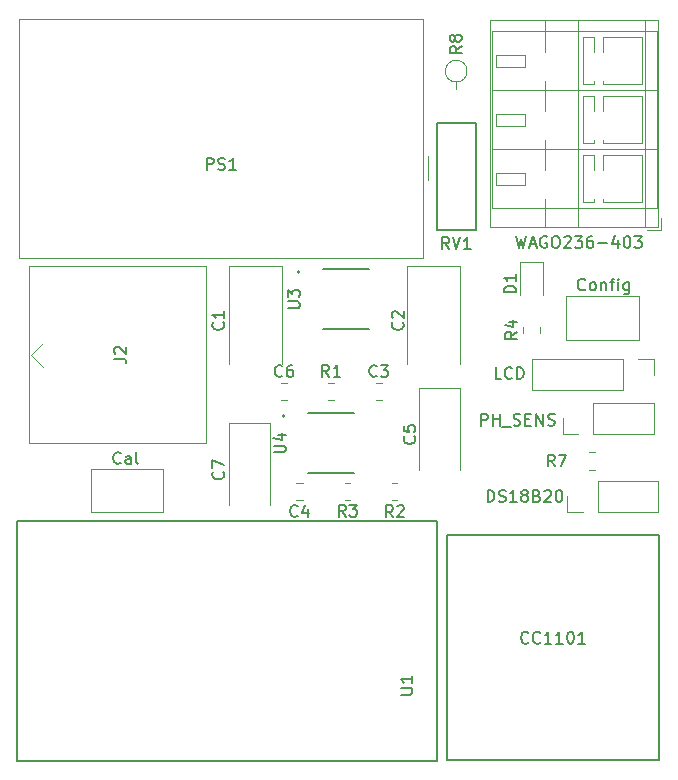
<source format=gbr>
%TF.GenerationSoftware,KiCad,Pcbnew,(5.1.9)-1*%
%TF.CreationDate,2021-04-25T03:29:38+02:00*%
%TF.ProjectId,HB-Uni-SEN-ORB,48422d55-6e69-42d5-9345-4e2d4f52422e,rev?*%
%TF.SameCoordinates,Original*%
%TF.FileFunction,Legend,Top*%
%TF.FilePolarity,Positive*%
%FSLAX46Y46*%
G04 Gerber Fmt 4.6, Leading zero omitted, Abs format (unit mm)*
G04 Created by KiCad (PCBNEW (5.1.9)-1) date 2021-04-25 03:29:38*
%MOMM*%
%LPD*%
G01*
G04 APERTURE LIST*
%ADD10C,0.120000*%
%ADD11C,0.150000*%
%ADD12C,0.200000*%
%ADD13C,0.127000*%
G04 APERTURE END LIST*
D10*
%TO.C,PH_SENS*%
X163660000Y-76730000D02*
X163660000Y-74070000D01*
X158520000Y-76730000D02*
X163660000Y-76730000D01*
X158520000Y-74070000D02*
X163660000Y-74070000D01*
X158520000Y-76730000D02*
X158520000Y-74070000D01*
X157250000Y-76730000D02*
X155920000Y-76730000D01*
X155920000Y-76730000D02*
X155920000Y-75400000D01*
%TO.C,Cal*%
X115940000Y-83350000D02*
X115940000Y-79650000D01*
X122060000Y-83350000D02*
X115940000Y-83350000D01*
X122060000Y-79650000D02*
X122060000Y-83350000D01*
X115940000Y-79650000D02*
X122060000Y-79650000D01*
%TO.C,R8*%
X146900000Y-46920000D02*
X146900000Y-47540000D01*
X147820000Y-46000000D02*
G75*
G03*
X147820000Y-46000000I-920000J0D01*
G01*
D11*
%TO.C,RV1*%
X145250000Y-59400000D02*
X148550000Y-59400000D01*
X145250000Y-50400000D02*
X148550000Y-50400000D01*
X145250000Y-59400000D02*
X145250000Y-50400000D01*
X148550000Y-59400000D02*
X148550000Y-50400000D01*
D10*
%TO.C,Config*%
X162360000Y-65050000D02*
X162360000Y-68750000D01*
X156240000Y-65050000D02*
X162360000Y-65050000D01*
X156240000Y-68750000D02*
X156240000Y-65050000D01*
X162360000Y-68750000D02*
X156240000Y-68750000D01*
D11*
%TO.C,U1*%
X145280000Y-104360000D02*
X145280000Y-84040000D01*
X145280000Y-84040000D02*
X109720000Y-84040000D01*
X109720000Y-84040000D02*
X109720000Y-104360000D01*
X109720000Y-104360000D02*
X145280000Y-104360000D01*
%TO.C,U2*%
X164100000Y-85300000D02*
X164100000Y-86300000D01*
X146100000Y-85300000D02*
X164100000Y-85300000D01*
X146100000Y-104300000D02*
X146100000Y-85300000D01*
X164100000Y-104300000D02*
X146100000Y-104300000D01*
X164100000Y-86300000D02*
X164100000Y-104300000D01*
D10*
%TO.C,LCD*%
X153350000Y-70370000D02*
X153350000Y-73030000D01*
X161030000Y-70370000D02*
X153350000Y-70370000D01*
X161030000Y-73030000D02*
X153350000Y-73030000D01*
X161030000Y-70370000D02*
X161030000Y-73030000D01*
X162300000Y-70370000D02*
X163630000Y-70370000D01*
X163630000Y-70370000D02*
X163630000Y-71700000D01*
%TO.C,DS18B20*%
X164030000Y-83330000D02*
X164030000Y-80670000D01*
X158890000Y-83330000D02*
X164030000Y-83330000D01*
X158890000Y-80670000D02*
X164030000Y-80670000D01*
X158890000Y-83330000D02*
X158890000Y-80670000D01*
X157620000Y-83330000D02*
X156290000Y-83330000D01*
X156290000Y-83330000D02*
X156290000Y-82000000D01*
%TO.C,R7*%
X158627064Y-79735000D02*
X158172936Y-79735000D01*
X158627064Y-78265000D02*
X158172936Y-78265000D01*
D12*
%TO.C,U3*%
X133660000Y-62995000D02*
G75*
G03*
X133660000Y-62995000I-100000J0D01*
G01*
D13*
X135650000Y-62775000D02*
X139550000Y-62775000D01*
X135650000Y-67825000D02*
X139550000Y-67825000D01*
D10*
%TO.C,C5*%
X147210000Y-79750000D02*
X147210000Y-72815000D01*
X147210000Y-72815000D02*
X143790000Y-72815000D01*
X143790000Y-72815000D02*
X143790000Y-79750000D01*
%TO.C,C7*%
X131110000Y-82750000D02*
X131110000Y-75815000D01*
X131110000Y-75815000D02*
X127690000Y-75815000D01*
X127690000Y-75815000D02*
X127690000Y-82750000D01*
%TO.C,C1*%
X132160000Y-70750000D02*
X132160000Y-62515000D01*
X132160000Y-62515000D02*
X127640000Y-62515000D01*
X127640000Y-62515000D02*
X127640000Y-70750000D01*
%TO.C,C2*%
X147260000Y-70750000D02*
X147260000Y-62515000D01*
X147260000Y-62515000D02*
X142740000Y-62515000D01*
X142740000Y-62515000D02*
X142740000Y-70750000D01*
D12*
%TO.C,U4*%
X132360000Y-75195000D02*
G75*
G03*
X132360000Y-75195000I-100000J0D01*
G01*
D13*
X134350000Y-74975000D02*
X138250000Y-74975000D01*
X134350000Y-80025000D02*
X138250000Y-80025000D01*
D10*
%TO.C,R4*%
X154035000Y-67672936D02*
X154035000Y-68127064D01*
X152565000Y-67672936D02*
X152565000Y-68127064D01*
%TO.C,R3*%
X137927064Y-82335000D02*
X137472936Y-82335000D01*
X137927064Y-80865000D02*
X137472936Y-80865000D01*
%TO.C,R2*%
X141472936Y-80865000D02*
X141927064Y-80865000D01*
X141472936Y-82335000D02*
X141927064Y-82335000D01*
%TO.C,R1*%
X136527064Y-73835000D02*
X136072936Y-73835000D01*
X136527064Y-72365000D02*
X136072936Y-72365000D01*
%TO.C,PS1*%
X144100000Y-61800000D02*
X144100000Y-41600000D01*
X144100000Y-41600000D02*
X109900000Y-41600000D01*
X109900000Y-41600000D02*
X109900000Y-61800000D01*
X109900000Y-61800000D02*
X144100000Y-61800000D01*
X144490000Y-55200000D02*
X144490000Y-53190000D01*
%TO.C,J2*%
X110700000Y-77500000D02*
X110700000Y-62500000D01*
X110700000Y-62500000D02*
X125700000Y-62500000D01*
X125700000Y-62500000D02*
X125700000Y-77500000D01*
X125700000Y-77500000D02*
X110700000Y-77500000D01*
X110900000Y-70000000D02*
X111900000Y-71000000D01*
X110900000Y-70000000D02*
X111900000Y-69000000D01*
%TO.C,WAGO236-403*%
X162900000Y-59220000D02*
X162900000Y-41680000D01*
X157200000Y-59220000D02*
X157200000Y-41680000D01*
X154400000Y-59220000D02*
X154400000Y-56830000D01*
X154400000Y-54370000D02*
X154400000Y-51830000D01*
X154400000Y-49370000D02*
X154400000Y-46830000D01*
X154400000Y-44370000D02*
X154400000Y-41680000D01*
X149780000Y-59220000D02*
X149780000Y-41680000D01*
X164020000Y-59220000D02*
X164020000Y-41680000D01*
X149780000Y-59220000D02*
X164020000Y-59220000D01*
X149780000Y-41680000D02*
X164020000Y-41680000D01*
X159300000Y-57100000D02*
X159300000Y-56830000D01*
X159300000Y-54370000D02*
X159300000Y-53100000D01*
X162600000Y-57100000D02*
X162600000Y-53100000D01*
X159300000Y-57100000D02*
X162600000Y-57100000D01*
X159300000Y-53100000D02*
X162600000Y-53100000D01*
X149900000Y-57600000D02*
X149900000Y-52600000D01*
X163900000Y-57600000D02*
X163900000Y-52600000D01*
X149900000Y-57600000D02*
X163900000Y-57600000D01*
X149900000Y-52600000D02*
X163900000Y-52600000D01*
X157600000Y-57100000D02*
X157600000Y-53100000D01*
X158600000Y-57100000D02*
X158600000Y-56830000D01*
X158600000Y-54370000D02*
X158600000Y-53100000D01*
X157600000Y-57100000D02*
X158600000Y-57100000D01*
X157600000Y-53100000D02*
X158600000Y-53100000D01*
X150250000Y-55600000D02*
X150250000Y-54600000D01*
X152749000Y-55600000D02*
X152749000Y-54600000D01*
X150250000Y-55600000D02*
X152749000Y-55600000D01*
X150250000Y-54600000D02*
X152749000Y-54600000D01*
X159300000Y-52100000D02*
X159300000Y-51830000D01*
X159300000Y-49370000D02*
X159300000Y-48100000D01*
X162600000Y-52100000D02*
X162600000Y-48100000D01*
X159300000Y-52100000D02*
X162600000Y-52100000D01*
X159300000Y-48100000D02*
X162600000Y-48100000D01*
X149900000Y-52600000D02*
X149900000Y-47600000D01*
X163900000Y-52600000D02*
X163900000Y-47600000D01*
X149900000Y-52600000D02*
X163900000Y-52600000D01*
X149900000Y-47600000D02*
X163900000Y-47600000D01*
X157600000Y-52100000D02*
X157600000Y-48100000D01*
X158600000Y-52100000D02*
X158600000Y-51830000D01*
X158600000Y-49370000D02*
X158600000Y-48100000D01*
X157600000Y-52100000D02*
X158600000Y-52100000D01*
X157600000Y-48100000D02*
X158600000Y-48100000D01*
X150250000Y-50600000D02*
X150250000Y-49600000D01*
X152749000Y-50600000D02*
X152749000Y-49600000D01*
X150250000Y-50600000D02*
X152749000Y-50600000D01*
X150250000Y-49600000D02*
X152749000Y-49600000D01*
X159300000Y-47100000D02*
X159300000Y-46830000D01*
X159300000Y-44370000D02*
X159300000Y-43100000D01*
X162600000Y-47100000D02*
X162600000Y-43100000D01*
X159300000Y-47100000D02*
X162600000Y-47100000D01*
X159300000Y-43100000D02*
X162600000Y-43100000D01*
X149900000Y-47600000D02*
X149900000Y-42600000D01*
X163900000Y-47600000D02*
X163900000Y-42600000D01*
X149900000Y-47600000D02*
X163900000Y-47600000D01*
X149900000Y-42600000D02*
X163900000Y-42600000D01*
X157600000Y-47100000D02*
X157600000Y-43100000D01*
X158600000Y-47100000D02*
X158600000Y-46830000D01*
X158600000Y-44370000D02*
X158600000Y-43100000D01*
X157600000Y-47100000D02*
X158600000Y-47100000D01*
X157600000Y-43100000D02*
X158600000Y-43100000D01*
X150250000Y-45600000D02*
X150250000Y-44600000D01*
X152749000Y-45600000D02*
X152749000Y-44600000D01*
X150250000Y-45600000D02*
X152749000Y-45600000D01*
X150250000Y-44600000D02*
X152749000Y-44600000D01*
X163020000Y-59460000D02*
X164260000Y-59460000D01*
X164260000Y-59460000D02*
X164260000Y-58460000D01*
%TO.C,D1*%
X154260000Y-64975000D02*
X154260000Y-62115000D01*
X154260000Y-62115000D02*
X152340000Y-62115000D01*
X152340000Y-62115000D02*
X152340000Y-64975000D01*
%TO.C,C6*%
X132076248Y-72365000D02*
X132598752Y-72365000D01*
X132076248Y-73835000D02*
X132598752Y-73835000D01*
%TO.C,C4*%
X133898752Y-82335000D02*
X133376248Y-82335000D01*
X133898752Y-80865000D02*
X133376248Y-80865000D01*
%TO.C,C3*%
X140076248Y-72365000D02*
X140598752Y-72365000D01*
X140076248Y-73835000D02*
X140598752Y-73835000D01*
%TO.C,PH_SENS*%
D11*
X149004761Y-76002380D02*
X149004761Y-75002380D01*
X149385714Y-75002380D01*
X149480952Y-75050000D01*
X149528571Y-75097619D01*
X149576190Y-75192857D01*
X149576190Y-75335714D01*
X149528571Y-75430952D01*
X149480952Y-75478571D01*
X149385714Y-75526190D01*
X149004761Y-75526190D01*
X150004761Y-76002380D02*
X150004761Y-75002380D01*
X150004761Y-75478571D02*
X150576190Y-75478571D01*
X150576190Y-76002380D02*
X150576190Y-75002380D01*
X150814285Y-76097619D02*
X151576190Y-76097619D01*
X151766666Y-75954761D02*
X151909523Y-76002380D01*
X152147619Y-76002380D01*
X152242857Y-75954761D01*
X152290476Y-75907142D01*
X152338095Y-75811904D01*
X152338095Y-75716666D01*
X152290476Y-75621428D01*
X152242857Y-75573809D01*
X152147619Y-75526190D01*
X151957142Y-75478571D01*
X151861904Y-75430952D01*
X151814285Y-75383333D01*
X151766666Y-75288095D01*
X151766666Y-75192857D01*
X151814285Y-75097619D01*
X151861904Y-75050000D01*
X151957142Y-75002380D01*
X152195238Y-75002380D01*
X152338095Y-75050000D01*
X152766666Y-75478571D02*
X153100000Y-75478571D01*
X153242857Y-76002380D02*
X152766666Y-76002380D01*
X152766666Y-75002380D01*
X153242857Y-75002380D01*
X153671428Y-76002380D02*
X153671428Y-75002380D01*
X154242857Y-76002380D01*
X154242857Y-75002380D01*
X154671428Y-75954761D02*
X154814285Y-76002380D01*
X155052380Y-76002380D01*
X155147619Y-75954761D01*
X155195238Y-75907142D01*
X155242857Y-75811904D01*
X155242857Y-75716666D01*
X155195238Y-75621428D01*
X155147619Y-75573809D01*
X155052380Y-75526190D01*
X154861904Y-75478571D01*
X154766666Y-75430952D01*
X154719047Y-75383333D01*
X154671428Y-75288095D01*
X154671428Y-75192857D01*
X154719047Y-75097619D01*
X154766666Y-75050000D01*
X154861904Y-75002380D01*
X155100000Y-75002380D01*
X155242857Y-75050000D01*
%TO.C,Cal*%
X118495238Y-79157142D02*
X118447619Y-79204761D01*
X118304761Y-79252380D01*
X118209523Y-79252380D01*
X118066666Y-79204761D01*
X117971428Y-79109523D01*
X117923809Y-79014285D01*
X117876190Y-78823809D01*
X117876190Y-78680952D01*
X117923809Y-78490476D01*
X117971428Y-78395238D01*
X118066666Y-78300000D01*
X118209523Y-78252380D01*
X118304761Y-78252380D01*
X118447619Y-78300000D01*
X118495238Y-78347619D01*
X119352380Y-79252380D02*
X119352380Y-78728571D01*
X119304761Y-78633333D01*
X119209523Y-78585714D01*
X119019047Y-78585714D01*
X118923809Y-78633333D01*
X119352380Y-79204761D02*
X119257142Y-79252380D01*
X119019047Y-79252380D01*
X118923809Y-79204761D01*
X118876190Y-79109523D01*
X118876190Y-79014285D01*
X118923809Y-78919047D01*
X119019047Y-78871428D01*
X119257142Y-78871428D01*
X119352380Y-78823809D01*
X119971428Y-79252380D02*
X119876190Y-79204761D01*
X119828571Y-79109523D01*
X119828571Y-78252380D01*
%TO.C,R8*%
X147352380Y-43866666D02*
X146876190Y-44200000D01*
X147352380Y-44438095D02*
X146352380Y-44438095D01*
X146352380Y-44057142D01*
X146400000Y-43961904D01*
X146447619Y-43914285D01*
X146542857Y-43866666D01*
X146685714Y-43866666D01*
X146780952Y-43914285D01*
X146828571Y-43961904D01*
X146876190Y-44057142D01*
X146876190Y-44438095D01*
X146780952Y-43295238D02*
X146733333Y-43390476D01*
X146685714Y-43438095D01*
X146590476Y-43485714D01*
X146542857Y-43485714D01*
X146447619Y-43438095D01*
X146400000Y-43390476D01*
X146352380Y-43295238D01*
X146352380Y-43104761D01*
X146400000Y-43009523D01*
X146447619Y-42961904D01*
X146542857Y-42914285D01*
X146590476Y-42914285D01*
X146685714Y-42961904D01*
X146733333Y-43009523D01*
X146780952Y-43104761D01*
X146780952Y-43295238D01*
X146828571Y-43390476D01*
X146876190Y-43438095D01*
X146971428Y-43485714D01*
X147161904Y-43485714D01*
X147257142Y-43438095D01*
X147304761Y-43390476D01*
X147352380Y-43295238D01*
X147352380Y-43104761D01*
X147304761Y-43009523D01*
X147257142Y-42961904D01*
X147161904Y-42914285D01*
X146971428Y-42914285D01*
X146876190Y-42961904D01*
X146828571Y-43009523D01*
X146780952Y-43104761D01*
%TO.C,RV1*%
X146304761Y-61052380D02*
X145971428Y-60576190D01*
X145733333Y-61052380D02*
X145733333Y-60052380D01*
X146114285Y-60052380D01*
X146209523Y-60100000D01*
X146257142Y-60147619D01*
X146304761Y-60242857D01*
X146304761Y-60385714D01*
X146257142Y-60480952D01*
X146209523Y-60528571D01*
X146114285Y-60576190D01*
X145733333Y-60576190D01*
X146590476Y-60052380D02*
X146923809Y-61052380D01*
X147257142Y-60052380D01*
X148114285Y-61052380D02*
X147542857Y-61052380D01*
X147828571Y-61052380D02*
X147828571Y-60052380D01*
X147733333Y-60195238D01*
X147638095Y-60290476D01*
X147542857Y-60338095D01*
%TO.C,Config*%
X157828571Y-64457142D02*
X157780952Y-64504761D01*
X157638095Y-64552380D01*
X157542857Y-64552380D01*
X157400000Y-64504761D01*
X157304761Y-64409523D01*
X157257142Y-64314285D01*
X157209523Y-64123809D01*
X157209523Y-63980952D01*
X157257142Y-63790476D01*
X157304761Y-63695238D01*
X157400000Y-63600000D01*
X157542857Y-63552380D01*
X157638095Y-63552380D01*
X157780952Y-63600000D01*
X157828571Y-63647619D01*
X158400000Y-64552380D02*
X158304761Y-64504761D01*
X158257142Y-64457142D01*
X158209523Y-64361904D01*
X158209523Y-64076190D01*
X158257142Y-63980952D01*
X158304761Y-63933333D01*
X158400000Y-63885714D01*
X158542857Y-63885714D01*
X158638095Y-63933333D01*
X158685714Y-63980952D01*
X158733333Y-64076190D01*
X158733333Y-64361904D01*
X158685714Y-64457142D01*
X158638095Y-64504761D01*
X158542857Y-64552380D01*
X158400000Y-64552380D01*
X159161904Y-63885714D02*
X159161904Y-64552380D01*
X159161904Y-63980952D02*
X159209523Y-63933333D01*
X159304761Y-63885714D01*
X159447619Y-63885714D01*
X159542857Y-63933333D01*
X159590476Y-64028571D01*
X159590476Y-64552380D01*
X159923809Y-63885714D02*
X160304761Y-63885714D01*
X160066666Y-64552380D02*
X160066666Y-63695238D01*
X160114285Y-63600000D01*
X160209523Y-63552380D01*
X160304761Y-63552380D01*
X160638095Y-64552380D02*
X160638095Y-63885714D01*
X160638095Y-63552380D02*
X160590476Y-63600000D01*
X160638095Y-63647619D01*
X160685714Y-63600000D01*
X160638095Y-63552380D01*
X160638095Y-63647619D01*
X161542857Y-63885714D02*
X161542857Y-64695238D01*
X161495238Y-64790476D01*
X161447619Y-64838095D01*
X161352380Y-64885714D01*
X161209523Y-64885714D01*
X161114285Y-64838095D01*
X161542857Y-64504761D02*
X161447619Y-64552380D01*
X161257142Y-64552380D01*
X161161904Y-64504761D01*
X161114285Y-64457142D01*
X161066666Y-64361904D01*
X161066666Y-64076190D01*
X161114285Y-63980952D01*
X161161904Y-63933333D01*
X161257142Y-63885714D01*
X161447619Y-63885714D01*
X161542857Y-63933333D01*
%TO.C,U1*%
X142192380Y-98771904D02*
X143001904Y-98771904D01*
X143097142Y-98724285D01*
X143144761Y-98676666D01*
X143192380Y-98581428D01*
X143192380Y-98390952D01*
X143144761Y-98295714D01*
X143097142Y-98248095D01*
X143001904Y-98200476D01*
X142192380Y-98200476D01*
X143192380Y-97200476D02*
X143192380Y-97771904D01*
X143192380Y-97486190D02*
X142192380Y-97486190D01*
X142335238Y-97581428D01*
X142430476Y-97676666D01*
X142478095Y-97771904D01*
%TO.C,U2*%
X153004761Y-94357142D02*
X152957142Y-94404761D01*
X152814285Y-94452380D01*
X152719047Y-94452380D01*
X152576190Y-94404761D01*
X152480952Y-94309523D01*
X152433333Y-94214285D01*
X152385714Y-94023809D01*
X152385714Y-93880952D01*
X152433333Y-93690476D01*
X152480952Y-93595238D01*
X152576190Y-93500000D01*
X152719047Y-93452380D01*
X152814285Y-93452380D01*
X152957142Y-93500000D01*
X153004761Y-93547619D01*
X154004761Y-94357142D02*
X153957142Y-94404761D01*
X153814285Y-94452380D01*
X153719047Y-94452380D01*
X153576190Y-94404761D01*
X153480952Y-94309523D01*
X153433333Y-94214285D01*
X153385714Y-94023809D01*
X153385714Y-93880952D01*
X153433333Y-93690476D01*
X153480952Y-93595238D01*
X153576190Y-93500000D01*
X153719047Y-93452380D01*
X153814285Y-93452380D01*
X153957142Y-93500000D01*
X154004761Y-93547619D01*
X154957142Y-94452380D02*
X154385714Y-94452380D01*
X154671428Y-94452380D02*
X154671428Y-93452380D01*
X154576190Y-93595238D01*
X154480952Y-93690476D01*
X154385714Y-93738095D01*
X155909523Y-94452380D02*
X155338095Y-94452380D01*
X155623809Y-94452380D02*
X155623809Y-93452380D01*
X155528571Y-93595238D01*
X155433333Y-93690476D01*
X155338095Y-93738095D01*
X156528571Y-93452380D02*
X156623809Y-93452380D01*
X156719047Y-93500000D01*
X156766666Y-93547619D01*
X156814285Y-93642857D01*
X156861904Y-93833333D01*
X156861904Y-94071428D01*
X156814285Y-94261904D01*
X156766666Y-94357142D01*
X156719047Y-94404761D01*
X156623809Y-94452380D01*
X156528571Y-94452380D01*
X156433333Y-94404761D01*
X156385714Y-94357142D01*
X156338095Y-94261904D01*
X156290476Y-94071428D01*
X156290476Y-93833333D01*
X156338095Y-93642857D01*
X156385714Y-93547619D01*
X156433333Y-93500000D01*
X156528571Y-93452380D01*
X157814285Y-94452380D02*
X157242857Y-94452380D01*
X157528571Y-94452380D02*
X157528571Y-93452380D01*
X157433333Y-93595238D01*
X157338095Y-93690476D01*
X157242857Y-93738095D01*
%TO.C,LCD*%
X150709523Y-72052380D02*
X150233333Y-72052380D01*
X150233333Y-71052380D01*
X151614285Y-71957142D02*
X151566666Y-72004761D01*
X151423809Y-72052380D01*
X151328571Y-72052380D01*
X151185714Y-72004761D01*
X151090476Y-71909523D01*
X151042857Y-71814285D01*
X150995238Y-71623809D01*
X150995238Y-71480952D01*
X151042857Y-71290476D01*
X151090476Y-71195238D01*
X151185714Y-71100000D01*
X151328571Y-71052380D01*
X151423809Y-71052380D01*
X151566666Y-71100000D01*
X151614285Y-71147619D01*
X152042857Y-72052380D02*
X152042857Y-71052380D01*
X152280952Y-71052380D01*
X152423809Y-71100000D01*
X152519047Y-71195238D01*
X152566666Y-71290476D01*
X152614285Y-71480952D01*
X152614285Y-71623809D01*
X152566666Y-71814285D01*
X152519047Y-71909523D01*
X152423809Y-72004761D01*
X152280952Y-72052380D01*
X152042857Y-72052380D01*
%TO.C,DS18B20*%
X149557142Y-82452380D02*
X149557142Y-81452380D01*
X149795238Y-81452380D01*
X149938095Y-81500000D01*
X150033333Y-81595238D01*
X150080952Y-81690476D01*
X150128571Y-81880952D01*
X150128571Y-82023809D01*
X150080952Y-82214285D01*
X150033333Y-82309523D01*
X149938095Y-82404761D01*
X149795238Y-82452380D01*
X149557142Y-82452380D01*
X150509523Y-82404761D02*
X150652380Y-82452380D01*
X150890476Y-82452380D01*
X150985714Y-82404761D01*
X151033333Y-82357142D01*
X151080952Y-82261904D01*
X151080952Y-82166666D01*
X151033333Y-82071428D01*
X150985714Y-82023809D01*
X150890476Y-81976190D01*
X150700000Y-81928571D01*
X150604761Y-81880952D01*
X150557142Y-81833333D01*
X150509523Y-81738095D01*
X150509523Y-81642857D01*
X150557142Y-81547619D01*
X150604761Y-81500000D01*
X150700000Y-81452380D01*
X150938095Y-81452380D01*
X151080952Y-81500000D01*
X152033333Y-82452380D02*
X151461904Y-82452380D01*
X151747619Y-82452380D02*
X151747619Y-81452380D01*
X151652380Y-81595238D01*
X151557142Y-81690476D01*
X151461904Y-81738095D01*
X152604761Y-81880952D02*
X152509523Y-81833333D01*
X152461904Y-81785714D01*
X152414285Y-81690476D01*
X152414285Y-81642857D01*
X152461904Y-81547619D01*
X152509523Y-81500000D01*
X152604761Y-81452380D01*
X152795238Y-81452380D01*
X152890476Y-81500000D01*
X152938095Y-81547619D01*
X152985714Y-81642857D01*
X152985714Y-81690476D01*
X152938095Y-81785714D01*
X152890476Y-81833333D01*
X152795238Y-81880952D01*
X152604761Y-81880952D01*
X152509523Y-81928571D01*
X152461904Y-81976190D01*
X152414285Y-82071428D01*
X152414285Y-82261904D01*
X152461904Y-82357142D01*
X152509523Y-82404761D01*
X152604761Y-82452380D01*
X152795238Y-82452380D01*
X152890476Y-82404761D01*
X152938095Y-82357142D01*
X152985714Y-82261904D01*
X152985714Y-82071428D01*
X152938095Y-81976190D01*
X152890476Y-81928571D01*
X152795238Y-81880952D01*
X153747619Y-81928571D02*
X153890476Y-81976190D01*
X153938095Y-82023809D01*
X153985714Y-82119047D01*
X153985714Y-82261904D01*
X153938095Y-82357142D01*
X153890476Y-82404761D01*
X153795238Y-82452380D01*
X153414285Y-82452380D01*
X153414285Y-81452380D01*
X153747619Y-81452380D01*
X153842857Y-81500000D01*
X153890476Y-81547619D01*
X153938095Y-81642857D01*
X153938095Y-81738095D01*
X153890476Y-81833333D01*
X153842857Y-81880952D01*
X153747619Y-81928571D01*
X153414285Y-81928571D01*
X154366666Y-81547619D02*
X154414285Y-81500000D01*
X154509523Y-81452380D01*
X154747619Y-81452380D01*
X154842857Y-81500000D01*
X154890476Y-81547619D01*
X154938095Y-81642857D01*
X154938095Y-81738095D01*
X154890476Y-81880952D01*
X154319047Y-82452380D01*
X154938095Y-82452380D01*
X155557142Y-81452380D02*
X155652380Y-81452380D01*
X155747619Y-81500000D01*
X155795238Y-81547619D01*
X155842857Y-81642857D01*
X155890476Y-81833333D01*
X155890476Y-82071428D01*
X155842857Y-82261904D01*
X155795238Y-82357142D01*
X155747619Y-82404761D01*
X155652380Y-82452380D01*
X155557142Y-82452380D01*
X155461904Y-82404761D01*
X155414285Y-82357142D01*
X155366666Y-82261904D01*
X155319047Y-82071428D01*
X155319047Y-81833333D01*
X155366666Y-81642857D01*
X155414285Y-81547619D01*
X155461904Y-81500000D01*
X155557142Y-81452380D01*
%TO.C,R7*%
X155233333Y-79452380D02*
X154900000Y-78976190D01*
X154661904Y-79452380D02*
X154661904Y-78452380D01*
X155042857Y-78452380D01*
X155138095Y-78500000D01*
X155185714Y-78547619D01*
X155233333Y-78642857D01*
X155233333Y-78785714D01*
X155185714Y-78880952D01*
X155138095Y-78928571D01*
X155042857Y-78976190D01*
X154661904Y-78976190D01*
X155566666Y-78452380D02*
X156233333Y-78452380D01*
X155804761Y-79452380D01*
%TO.C,U3*%
X132652380Y-66061904D02*
X133461904Y-66061904D01*
X133557142Y-66014285D01*
X133604761Y-65966666D01*
X133652380Y-65871428D01*
X133652380Y-65680952D01*
X133604761Y-65585714D01*
X133557142Y-65538095D01*
X133461904Y-65490476D01*
X132652380Y-65490476D01*
X132652380Y-65109523D02*
X132652380Y-64490476D01*
X133033333Y-64823809D01*
X133033333Y-64680952D01*
X133080952Y-64585714D01*
X133128571Y-64538095D01*
X133223809Y-64490476D01*
X133461904Y-64490476D01*
X133557142Y-64538095D01*
X133604761Y-64585714D01*
X133652380Y-64680952D01*
X133652380Y-64966666D01*
X133604761Y-65061904D01*
X133557142Y-65109523D01*
%TO.C,C5*%
X143357142Y-76916666D02*
X143404761Y-76964285D01*
X143452380Y-77107142D01*
X143452380Y-77202380D01*
X143404761Y-77345238D01*
X143309523Y-77440476D01*
X143214285Y-77488095D01*
X143023809Y-77535714D01*
X142880952Y-77535714D01*
X142690476Y-77488095D01*
X142595238Y-77440476D01*
X142500000Y-77345238D01*
X142452380Y-77202380D01*
X142452380Y-77107142D01*
X142500000Y-76964285D01*
X142547619Y-76916666D01*
X142452380Y-76011904D02*
X142452380Y-76488095D01*
X142928571Y-76535714D01*
X142880952Y-76488095D01*
X142833333Y-76392857D01*
X142833333Y-76154761D01*
X142880952Y-76059523D01*
X142928571Y-76011904D01*
X143023809Y-75964285D01*
X143261904Y-75964285D01*
X143357142Y-76011904D01*
X143404761Y-76059523D01*
X143452380Y-76154761D01*
X143452380Y-76392857D01*
X143404761Y-76488095D01*
X143357142Y-76535714D01*
%TO.C,C7*%
X127157142Y-79916666D02*
X127204761Y-79964285D01*
X127252380Y-80107142D01*
X127252380Y-80202380D01*
X127204761Y-80345238D01*
X127109523Y-80440476D01*
X127014285Y-80488095D01*
X126823809Y-80535714D01*
X126680952Y-80535714D01*
X126490476Y-80488095D01*
X126395238Y-80440476D01*
X126300000Y-80345238D01*
X126252380Y-80202380D01*
X126252380Y-80107142D01*
X126300000Y-79964285D01*
X126347619Y-79916666D01*
X126252380Y-79583333D02*
X126252380Y-78916666D01*
X127252380Y-79345238D01*
%TO.C,C1*%
X127157142Y-67266666D02*
X127204761Y-67314285D01*
X127252380Y-67457142D01*
X127252380Y-67552380D01*
X127204761Y-67695238D01*
X127109523Y-67790476D01*
X127014285Y-67838095D01*
X126823809Y-67885714D01*
X126680952Y-67885714D01*
X126490476Y-67838095D01*
X126395238Y-67790476D01*
X126300000Y-67695238D01*
X126252380Y-67552380D01*
X126252380Y-67457142D01*
X126300000Y-67314285D01*
X126347619Y-67266666D01*
X127252380Y-66314285D02*
X127252380Y-66885714D01*
X127252380Y-66600000D02*
X126252380Y-66600000D01*
X126395238Y-66695238D01*
X126490476Y-66790476D01*
X126538095Y-66885714D01*
%TO.C,C2*%
X142357142Y-67266666D02*
X142404761Y-67314285D01*
X142452380Y-67457142D01*
X142452380Y-67552380D01*
X142404761Y-67695238D01*
X142309523Y-67790476D01*
X142214285Y-67838095D01*
X142023809Y-67885714D01*
X141880952Y-67885714D01*
X141690476Y-67838095D01*
X141595238Y-67790476D01*
X141500000Y-67695238D01*
X141452380Y-67552380D01*
X141452380Y-67457142D01*
X141500000Y-67314285D01*
X141547619Y-67266666D01*
X141547619Y-66885714D02*
X141500000Y-66838095D01*
X141452380Y-66742857D01*
X141452380Y-66504761D01*
X141500000Y-66409523D01*
X141547619Y-66361904D01*
X141642857Y-66314285D01*
X141738095Y-66314285D01*
X141880952Y-66361904D01*
X142452380Y-66933333D01*
X142452380Y-66314285D01*
%TO.C,U4*%
X131452380Y-78261904D02*
X132261904Y-78261904D01*
X132357142Y-78214285D01*
X132404761Y-78166666D01*
X132452380Y-78071428D01*
X132452380Y-77880952D01*
X132404761Y-77785714D01*
X132357142Y-77738095D01*
X132261904Y-77690476D01*
X131452380Y-77690476D01*
X131785714Y-76785714D02*
X132452380Y-76785714D01*
X131404761Y-77023809D02*
X132119047Y-77261904D01*
X132119047Y-76642857D01*
%TO.C,R4*%
X152052380Y-68066666D02*
X151576190Y-68400000D01*
X152052380Y-68638095D02*
X151052380Y-68638095D01*
X151052380Y-68257142D01*
X151100000Y-68161904D01*
X151147619Y-68114285D01*
X151242857Y-68066666D01*
X151385714Y-68066666D01*
X151480952Y-68114285D01*
X151528571Y-68161904D01*
X151576190Y-68257142D01*
X151576190Y-68638095D01*
X151385714Y-67209523D02*
X152052380Y-67209523D01*
X151004761Y-67447619D02*
X151719047Y-67685714D01*
X151719047Y-67066666D01*
%TO.C,R3*%
X137533333Y-83702380D02*
X137200000Y-83226190D01*
X136961904Y-83702380D02*
X136961904Y-82702380D01*
X137342857Y-82702380D01*
X137438095Y-82750000D01*
X137485714Y-82797619D01*
X137533333Y-82892857D01*
X137533333Y-83035714D01*
X137485714Y-83130952D01*
X137438095Y-83178571D01*
X137342857Y-83226190D01*
X136961904Y-83226190D01*
X137866666Y-82702380D02*
X138485714Y-82702380D01*
X138152380Y-83083333D01*
X138295238Y-83083333D01*
X138390476Y-83130952D01*
X138438095Y-83178571D01*
X138485714Y-83273809D01*
X138485714Y-83511904D01*
X138438095Y-83607142D01*
X138390476Y-83654761D01*
X138295238Y-83702380D01*
X138009523Y-83702380D01*
X137914285Y-83654761D01*
X137866666Y-83607142D01*
%TO.C,R2*%
X141533333Y-83752380D02*
X141200000Y-83276190D01*
X140961904Y-83752380D02*
X140961904Y-82752380D01*
X141342857Y-82752380D01*
X141438095Y-82800000D01*
X141485714Y-82847619D01*
X141533333Y-82942857D01*
X141533333Y-83085714D01*
X141485714Y-83180952D01*
X141438095Y-83228571D01*
X141342857Y-83276190D01*
X140961904Y-83276190D01*
X141914285Y-82847619D02*
X141961904Y-82800000D01*
X142057142Y-82752380D01*
X142295238Y-82752380D01*
X142390476Y-82800000D01*
X142438095Y-82847619D01*
X142485714Y-82942857D01*
X142485714Y-83038095D01*
X142438095Y-83180952D01*
X141866666Y-83752380D01*
X142485714Y-83752380D01*
%TO.C,R1*%
X136133333Y-71852380D02*
X135800000Y-71376190D01*
X135561904Y-71852380D02*
X135561904Y-70852380D01*
X135942857Y-70852380D01*
X136038095Y-70900000D01*
X136085714Y-70947619D01*
X136133333Y-71042857D01*
X136133333Y-71185714D01*
X136085714Y-71280952D01*
X136038095Y-71328571D01*
X135942857Y-71376190D01*
X135561904Y-71376190D01*
X137085714Y-71852380D02*
X136514285Y-71852380D01*
X136800000Y-71852380D02*
X136800000Y-70852380D01*
X136704761Y-70995238D01*
X136609523Y-71090476D01*
X136514285Y-71138095D01*
%TO.C,PS1*%
X125785714Y-54352380D02*
X125785714Y-53352380D01*
X126166666Y-53352380D01*
X126261904Y-53400000D01*
X126309523Y-53447619D01*
X126357142Y-53542857D01*
X126357142Y-53685714D01*
X126309523Y-53780952D01*
X126261904Y-53828571D01*
X126166666Y-53876190D01*
X125785714Y-53876190D01*
X126738095Y-54304761D02*
X126880952Y-54352380D01*
X127119047Y-54352380D01*
X127214285Y-54304761D01*
X127261904Y-54257142D01*
X127309523Y-54161904D01*
X127309523Y-54066666D01*
X127261904Y-53971428D01*
X127214285Y-53923809D01*
X127119047Y-53876190D01*
X126928571Y-53828571D01*
X126833333Y-53780952D01*
X126785714Y-53733333D01*
X126738095Y-53638095D01*
X126738095Y-53542857D01*
X126785714Y-53447619D01*
X126833333Y-53400000D01*
X126928571Y-53352380D01*
X127166666Y-53352380D01*
X127309523Y-53400000D01*
X128261904Y-54352380D02*
X127690476Y-54352380D01*
X127976190Y-54352380D02*
X127976190Y-53352380D01*
X127880952Y-53495238D01*
X127785714Y-53590476D01*
X127690476Y-53638095D01*
%TO.C,J2*%
X117952380Y-70333333D02*
X118666666Y-70333333D01*
X118809523Y-70380952D01*
X118904761Y-70476190D01*
X118952380Y-70619047D01*
X118952380Y-70714285D01*
X118047619Y-69904761D02*
X118000000Y-69857142D01*
X117952380Y-69761904D01*
X117952380Y-69523809D01*
X118000000Y-69428571D01*
X118047619Y-69380952D01*
X118142857Y-69333333D01*
X118238095Y-69333333D01*
X118380952Y-69380952D01*
X118952380Y-69952380D01*
X118952380Y-69333333D01*
%TO.C,WAGO236-403*%
X151942857Y-59952380D02*
X152180952Y-60952380D01*
X152371428Y-60238095D01*
X152561904Y-60952380D01*
X152800000Y-59952380D01*
X153133333Y-60666666D02*
X153609523Y-60666666D01*
X153038095Y-60952380D02*
X153371428Y-59952380D01*
X153704761Y-60952380D01*
X154561904Y-60000000D02*
X154466666Y-59952380D01*
X154323809Y-59952380D01*
X154180952Y-60000000D01*
X154085714Y-60095238D01*
X154038095Y-60190476D01*
X153990476Y-60380952D01*
X153990476Y-60523809D01*
X154038095Y-60714285D01*
X154085714Y-60809523D01*
X154180952Y-60904761D01*
X154323809Y-60952380D01*
X154419047Y-60952380D01*
X154561904Y-60904761D01*
X154609523Y-60857142D01*
X154609523Y-60523809D01*
X154419047Y-60523809D01*
X155228571Y-59952380D02*
X155419047Y-59952380D01*
X155514285Y-60000000D01*
X155609523Y-60095238D01*
X155657142Y-60285714D01*
X155657142Y-60619047D01*
X155609523Y-60809523D01*
X155514285Y-60904761D01*
X155419047Y-60952380D01*
X155228571Y-60952380D01*
X155133333Y-60904761D01*
X155038095Y-60809523D01*
X154990476Y-60619047D01*
X154990476Y-60285714D01*
X155038095Y-60095238D01*
X155133333Y-60000000D01*
X155228571Y-59952380D01*
X156038095Y-60047619D02*
X156085714Y-60000000D01*
X156180952Y-59952380D01*
X156419047Y-59952380D01*
X156514285Y-60000000D01*
X156561904Y-60047619D01*
X156609523Y-60142857D01*
X156609523Y-60238095D01*
X156561904Y-60380952D01*
X155990476Y-60952380D01*
X156609523Y-60952380D01*
X156942857Y-59952380D02*
X157561904Y-59952380D01*
X157228571Y-60333333D01*
X157371428Y-60333333D01*
X157466666Y-60380952D01*
X157514285Y-60428571D01*
X157561904Y-60523809D01*
X157561904Y-60761904D01*
X157514285Y-60857142D01*
X157466666Y-60904761D01*
X157371428Y-60952380D01*
X157085714Y-60952380D01*
X156990476Y-60904761D01*
X156942857Y-60857142D01*
X158419047Y-59952380D02*
X158228571Y-59952380D01*
X158133333Y-60000000D01*
X158085714Y-60047619D01*
X157990476Y-60190476D01*
X157942857Y-60380952D01*
X157942857Y-60761904D01*
X157990476Y-60857142D01*
X158038095Y-60904761D01*
X158133333Y-60952380D01*
X158323809Y-60952380D01*
X158419047Y-60904761D01*
X158466666Y-60857142D01*
X158514285Y-60761904D01*
X158514285Y-60523809D01*
X158466666Y-60428571D01*
X158419047Y-60380952D01*
X158323809Y-60333333D01*
X158133333Y-60333333D01*
X158038095Y-60380952D01*
X157990476Y-60428571D01*
X157942857Y-60523809D01*
X158942857Y-60571428D02*
X159704761Y-60571428D01*
X160609523Y-60285714D02*
X160609523Y-60952380D01*
X160371428Y-59904761D02*
X160133333Y-60619047D01*
X160752380Y-60619047D01*
X161323809Y-59952380D02*
X161419047Y-59952380D01*
X161514285Y-60000000D01*
X161561904Y-60047619D01*
X161609523Y-60142857D01*
X161657142Y-60333333D01*
X161657142Y-60571428D01*
X161609523Y-60761904D01*
X161561904Y-60857142D01*
X161514285Y-60904761D01*
X161419047Y-60952380D01*
X161323809Y-60952380D01*
X161228571Y-60904761D01*
X161180952Y-60857142D01*
X161133333Y-60761904D01*
X161085714Y-60571428D01*
X161085714Y-60333333D01*
X161133333Y-60142857D01*
X161180952Y-60047619D01*
X161228571Y-60000000D01*
X161323809Y-59952380D01*
X161990476Y-59952380D02*
X162609523Y-59952380D01*
X162276190Y-60333333D01*
X162419047Y-60333333D01*
X162514285Y-60380952D01*
X162561904Y-60428571D01*
X162609523Y-60523809D01*
X162609523Y-60761904D01*
X162561904Y-60857142D01*
X162514285Y-60904761D01*
X162419047Y-60952380D01*
X162133333Y-60952380D01*
X162038095Y-60904761D01*
X161990476Y-60857142D01*
%TO.C,D1*%
X151952380Y-64713095D02*
X150952380Y-64713095D01*
X150952380Y-64475000D01*
X151000000Y-64332142D01*
X151095238Y-64236904D01*
X151190476Y-64189285D01*
X151380952Y-64141666D01*
X151523809Y-64141666D01*
X151714285Y-64189285D01*
X151809523Y-64236904D01*
X151904761Y-64332142D01*
X151952380Y-64475000D01*
X151952380Y-64713095D01*
X151952380Y-63189285D02*
X151952380Y-63760714D01*
X151952380Y-63475000D02*
X150952380Y-63475000D01*
X151095238Y-63570238D01*
X151190476Y-63665476D01*
X151238095Y-63760714D01*
%TO.C,C6*%
X132170833Y-71777142D02*
X132123214Y-71824761D01*
X131980357Y-71872380D01*
X131885119Y-71872380D01*
X131742261Y-71824761D01*
X131647023Y-71729523D01*
X131599404Y-71634285D01*
X131551785Y-71443809D01*
X131551785Y-71300952D01*
X131599404Y-71110476D01*
X131647023Y-71015238D01*
X131742261Y-70920000D01*
X131885119Y-70872380D01*
X131980357Y-70872380D01*
X132123214Y-70920000D01*
X132170833Y-70967619D01*
X133027976Y-70872380D02*
X132837500Y-70872380D01*
X132742261Y-70920000D01*
X132694642Y-70967619D01*
X132599404Y-71110476D01*
X132551785Y-71300952D01*
X132551785Y-71681904D01*
X132599404Y-71777142D01*
X132647023Y-71824761D01*
X132742261Y-71872380D01*
X132932738Y-71872380D01*
X133027976Y-71824761D01*
X133075595Y-71777142D01*
X133123214Y-71681904D01*
X133123214Y-71443809D01*
X133075595Y-71348571D01*
X133027976Y-71300952D01*
X132932738Y-71253333D01*
X132742261Y-71253333D01*
X132647023Y-71300952D01*
X132599404Y-71348571D01*
X132551785Y-71443809D01*
%TO.C,C4*%
X133470833Y-83637142D02*
X133423214Y-83684761D01*
X133280357Y-83732380D01*
X133185119Y-83732380D01*
X133042261Y-83684761D01*
X132947023Y-83589523D01*
X132899404Y-83494285D01*
X132851785Y-83303809D01*
X132851785Y-83160952D01*
X132899404Y-82970476D01*
X132947023Y-82875238D01*
X133042261Y-82780000D01*
X133185119Y-82732380D01*
X133280357Y-82732380D01*
X133423214Y-82780000D01*
X133470833Y-82827619D01*
X134327976Y-83065714D02*
X134327976Y-83732380D01*
X134089880Y-82684761D02*
X133851785Y-83399047D01*
X134470833Y-83399047D01*
%TO.C,C3*%
X140170833Y-71777142D02*
X140123214Y-71824761D01*
X139980357Y-71872380D01*
X139885119Y-71872380D01*
X139742261Y-71824761D01*
X139647023Y-71729523D01*
X139599404Y-71634285D01*
X139551785Y-71443809D01*
X139551785Y-71300952D01*
X139599404Y-71110476D01*
X139647023Y-71015238D01*
X139742261Y-70920000D01*
X139885119Y-70872380D01*
X139980357Y-70872380D01*
X140123214Y-70920000D01*
X140170833Y-70967619D01*
X140504166Y-70872380D02*
X141123214Y-70872380D01*
X140789880Y-71253333D01*
X140932738Y-71253333D01*
X141027976Y-71300952D01*
X141075595Y-71348571D01*
X141123214Y-71443809D01*
X141123214Y-71681904D01*
X141075595Y-71777142D01*
X141027976Y-71824761D01*
X140932738Y-71872380D01*
X140647023Y-71872380D01*
X140551785Y-71824761D01*
X140504166Y-71777142D01*
%TD*%
M02*

</source>
